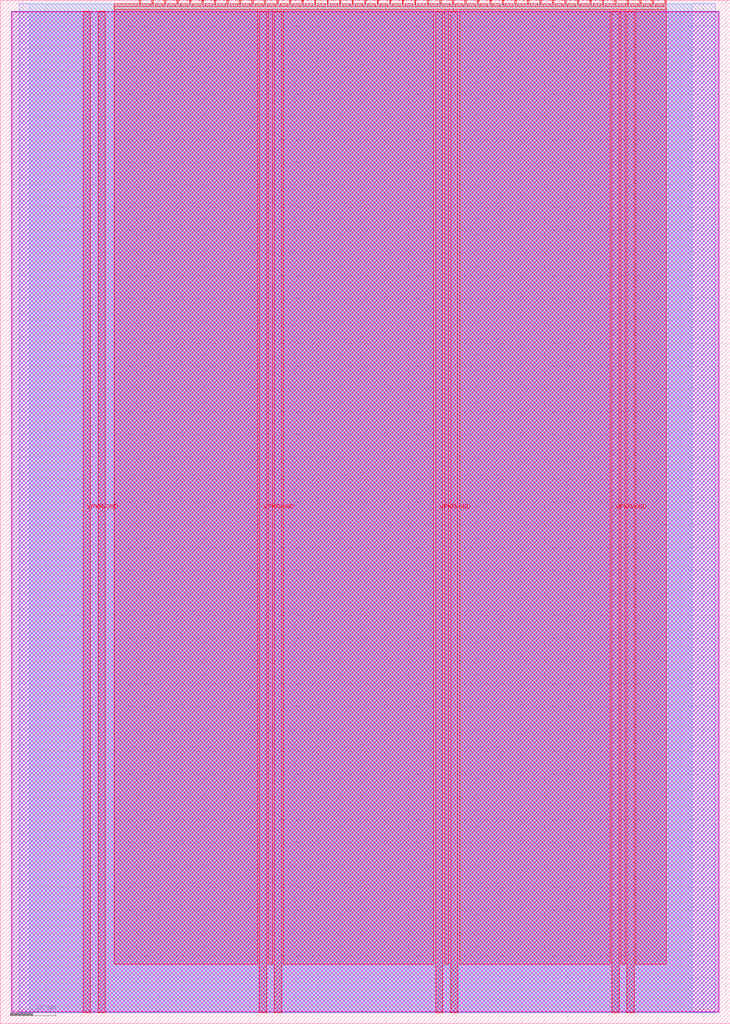
<source format=lef>
VERSION 5.7 ;
  NOWIREEXTENSIONATPIN ON ;
  DIVIDERCHAR "/" ;
  BUSBITCHARS "[]" ;
MACRO tt_um_gray_sobel
  CLASS BLOCK ;
  FOREIGN tt_um_gray_sobel ;
  ORIGIN 0.000 0.000 ;
  SIZE 161.000 BY 225.760 ;
  PIN VGND
    DIRECTION INOUT ;
    USE GROUND ;
    PORT
      LAYER met4 ;
        RECT 21.580 2.480 23.180 223.280 ;
    END
    PORT
      LAYER met4 ;
        RECT 60.450 2.480 62.050 223.280 ;
    END
    PORT
      LAYER met4 ;
        RECT 99.320 2.480 100.920 223.280 ;
    END
    PORT
      LAYER met4 ;
        RECT 138.190 2.480 139.790 223.280 ;
    END
  END VGND
  PIN VPWR
    DIRECTION INOUT ;
    USE POWER ;
    PORT
      LAYER met4 ;
        RECT 18.280 2.480 19.880 223.280 ;
    END
    PORT
      LAYER met4 ;
        RECT 57.150 2.480 58.750 223.280 ;
    END
    PORT
      LAYER met4 ;
        RECT 96.020 2.480 97.620 223.280 ;
    END
    PORT
      LAYER met4 ;
        RECT 134.890 2.480 136.490 223.280 ;
    END
  END VPWR
  PIN clk
    DIRECTION INPUT ;
    USE SIGNAL ;
    ANTENNAGATEAREA 0.852000 ;
    PORT
      LAYER met4 ;
        RECT 143.830 224.760 144.130 225.760 ;
    END
  END clk
  PIN ena
    DIRECTION INPUT ;
    USE SIGNAL ;
    ANTENNAGATEAREA 0.196500 ;
    PORT
      LAYER met4 ;
        RECT 146.590 224.760 146.890 225.760 ;
    END
  END ena
  PIN rst_n
    DIRECTION INPUT ;
    USE SIGNAL ;
    ANTENNAGATEAREA 0.196500 ;
    PORT
      LAYER met4 ;
        RECT 141.070 224.760 141.370 225.760 ;
    END
  END rst_n
  PIN ui_in[0]
    DIRECTION INPUT ;
    USE SIGNAL ;
    ANTENNAGATEAREA 0.126000 ;
    PORT
      LAYER met4 ;
        RECT 138.310 224.760 138.610 225.760 ;
    END
  END ui_in[0]
  PIN ui_in[1]
    DIRECTION INPUT ;
    USE SIGNAL ;
    ANTENNAGATEAREA 0.852000 ;
    PORT
      LAYER met4 ;
        RECT 135.550 224.760 135.850 225.760 ;
    END
  END ui_in[1]
  PIN ui_in[2]
    DIRECTION INPUT ;
    USE SIGNAL ;
    ANTENNAGATEAREA 0.126000 ;
    PORT
      LAYER met4 ;
        RECT 132.790 224.760 133.090 225.760 ;
    END
  END ui_in[2]
  PIN ui_in[3]
    DIRECTION INPUT ;
    USE SIGNAL ;
    ANTENNAGATEAREA 0.196500 ;
    PORT
      LAYER met4 ;
        RECT 130.030 224.760 130.330 225.760 ;
    END
  END ui_in[3]
  PIN ui_in[4]
    DIRECTION INPUT ;
    USE SIGNAL ;
    ANTENNAGATEAREA 0.196500 ;
    PORT
      LAYER met4 ;
        RECT 127.270 224.760 127.570 225.760 ;
    END
  END ui_in[4]
  PIN ui_in[5]
    DIRECTION INPUT ;
    USE SIGNAL ;
    ANTENNAGATEAREA 0.196500 ;
    PORT
      LAYER met4 ;
        RECT 124.510 224.760 124.810 225.760 ;
    END
  END ui_in[5]
  PIN ui_in[6]
    DIRECTION INPUT ;
    USE SIGNAL ;
    ANTENNAGATEAREA 0.196500 ;
    PORT
      LAYER met4 ;
        RECT 121.750 224.760 122.050 225.760 ;
    END
  END ui_in[6]
  PIN ui_in[7]
    DIRECTION INPUT ;
    USE SIGNAL ;
    ANTENNAGATEAREA 0.196500 ;
    PORT
      LAYER met4 ;
        RECT 118.990 224.760 119.290 225.760 ;
    END
  END ui_in[7]
  PIN uio_in[0]
    DIRECTION INPUT ;
    USE SIGNAL ;
    ANTENNAGATEAREA 0.196500 ;
    PORT
      LAYER met4 ;
        RECT 116.230 224.760 116.530 225.760 ;
    END
  END uio_in[0]
  PIN uio_in[1]
    DIRECTION INPUT ;
    USE SIGNAL ;
    ANTENNAGATEAREA 0.196500 ;
    PORT
      LAYER met4 ;
        RECT 113.470 224.760 113.770 225.760 ;
    END
  END uio_in[1]
  PIN uio_in[2]
    DIRECTION INPUT ;
    USE SIGNAL ;
    ANTENNAGATEAREA 0.196500 ;
    PORT
      LAYER met4 ;
        RECT 110.710 224.760 111.010 225.760 ;
    END
  END uio_in[2]
  PIN uio_in[3]
    DIRECTION INPUT ;
    USE SIGNAL ;
    ANTENNAGATEAREA 0.196500 ;
    PORT
      LAYER met4 ;
        RECT 107.950 224.760 108.250 225.760 ;
    END
  END uio_in[3]
  PIN uio_in[4]
    DIRECTION INPUT ;
    USE SIGNAL ;
    ANTENNAGATEAREA 0.196500 ;
    PORT
      LAYER met4 ;
        RECT 105.190 224.760 105.490 225.760 ;
    END
  END uio_in[4]
  PIN uio_in[5]
    DIRECTION INPUT ;
    USE SIGNAL ;
    PORT
      LAYER met4 ;
        RECT 102.430 224.760 102.730 225.760 ;
    END
  END uio_in[5]
  PIN uio_in[6]
    DIRECTION INPUT ;
    USE SIGNAL ;
    PORT
      LAYER met4 ;
        RECT 99.670 224.760 99.970 225.760 ;
    END
  END uio_in[6]
  PIN uio_in[7]
    DIRECTION INPUT ;
    USE SIGNAL ;
    PORT
      LAYER met4 ;
        RECT 96.910 224.760 97.210 225.760 ;
    END
  END uio_in[7]
  PIN uio_oe[0]
    DIRECTION OUTPUT ;
    USE SIGNAL ;
    PORT
      LAYER met4 ;
        RECT 49.990 224.760 50.290 225.760 ;
    END
  END uio_oe[0]
  PIN uio_oe[1]
    DIRECTION OUTPUT ;
    USE SIGNAL ;
    PORT
      LAYER met4 ;
        RECT 47.230 224.760 47.530 225.760 ;
    END
  END uio_oe[1]
  PIN uio_oe[2]
    DIRECTION OUTPUT ;
    USE SIGNAL ;
    PORT
      LAYER met4 ;
        RECT 44.470 224.760 44.770 225.760 ;
    END
  END uio_oe[2]
  PIN uio_oe[3]
    DIRECTION OUTPUT ;
    USE SIGNAL ;
    PORT
      LAYER met4 ;
        RECT 41.710 224.760 42.010 225.760 ;
    END
  END uio_oe[3]
  PIN uio_oe[4]
    DIRECTION OUTPUT ;
    USE SIGNAL ;
    PORT
      LAYER met4 ;
        RECT 38.950 224.760 39.250 225.760 ;
    END
  END uio_oe[4]
  PIN uio_oe[5]
    DIRECTION OUTPUT ;
    USE SIGNAL ;
    PORT
      LAYER met4 ;
        RECT 36.190 224.760 36.490 225.760 ;
    END
  END uio_oe[5]
  PIN uio_oe[6]
    DIRECTION OUTPUT ;
    USE SIGNAL ;
    PORT
      LAYER met4 ;
        RECT 33.430 224.760 33.730 225.760 ;
    END
  END uio_oe[6]
  PIN uio_oe[7]
    DIRECTION OUTPUT ;
    USE SIGNAL ;
    PORT
      LAYER met4 ;
        RECT 30.670 224.760 30.970 225.760 ;
    END
  END uio_oe[7]
  PIN uio_out[0]
    DIRECTION OUTPUT ;
    USE SIGNAL ;
    PORT
      LAYER met4 ;
        RECT 72.070 224.760 72.370 225.760 ;
    END
  END uio_out[0]
  PIN uio_out[1]
    DIRECTION OUTPUT ;
    USE SIGNAL ;
    PORT
      LAYER met4 ;
        RECT 69.310 224.760 69.610 225.760 ;
    END
  END uio_out[1]
  PIN uio_out[2]
    DIRECTION OUTPUT ;
    USE SIGNAL ;
    PORT
      LAYER met4 ;
        RECT 66.550 224.760 66.850 225.760 ;
    END
  END uio_out[2]
  PIN uio_out[3]
    DIRECTION OUTPUT ;
    USE SIGNAL ;
    PORT
      LAYER met4 ;
        RECT 63.790 224.760 64.090 225.760 ;
    END
  END uio_out[3]
  PIN uio_out[4]
    DIRECTION OUTPUT ;
    USE SIGNAL ;
    PORT
      LAYER met4 ;
        RECT 61.030 224.760 61.330 225.760 ;
    END
  END uio_out[4]
  PIN uio_out[5]
    DIRECTION OUTPUT ;
    USE SIGNAL ;
    PORT
      LAYER met4 ;
        RECT 58.270 224.760 58.570 225.760 ;
    END
  END uio_out[5]
  PIN uio_out[6]
    DIRECTION OUTPUT ;
    USE SIGNAL ;
    PORT
      LAYER met4 ;
        RECT 55.510 224.760 55.810 225.760 ;
    END
  END uio_out[6]
  PIN uio_out[7]
    DIRECTION OUTPUT ;
    USE SIGNAL ;
    PORT
      LAYER met4 ;
        RECT 52.750 224.760 53.050 225.760 ;
    END
  END uio_out[7]
  PIN uo_out[0]
    DIRECTION OUTPUT ;
    USE SIGNAL ;
    ANTENNADIFFAREA 0.891000 ;
    PORT
      LAYER met4 ;
        RECT 94.150 224.760 94.450 225.760 ;
    END
  END uo_out[0]
  PIN uo_out[1]
    DIRECTION OUTPUT ;
    USE SIGNAL ;
    ANTENNADIFFAREA 0.891000 ;
    PORT
      LAYER met4 ;
        RECT 91.390 224.760 91.690 225.760 ;
    END
  END uo_out[1]
  PIN uo_out[2]
    DIRECTION OUTPUT ;
    USE SIGNAL ;
    ANTENNADIFFAREA 0.891000 ;
    PORT
      LAYER met4 ;
        RECT 88.630 224.760 88.930 225.760 ;
    END
  END uo_out[2]
  PIN uo_out[3]
    DIRECTION OUTPUT ;
    USE SIGNAL ;
    ANTENNADIFFAREA 0.891000 ;
    PORT
      LAYER met4 ;
        RECT 85.870 224.760 86.170 225.760 ;
    END
  END uo_out[3]
  PIN uo_out[4]
    DIRECTION OUTPUT ;
    USE SIGNAL ;
    ANTENNADIFFAREA 0.891000 ;
    PORT
      LAYER met4 ;
        RECT 83.110 224.760 83.410 225.760 ;
    END
  END uo_out[4]
  PIN uo_out[5]
    DIRECTION OUTPUT ;
    USE SIGNAL ;
    PORT
      LAYER met4 ;
        RECT 80.350 224.760 80.650 225.760 ;
    END
  END uo_out[5]
  PIN uo_out[6]
    DIRECTION OUTPUT ;
    USE SIGNAL ;
    PORT
      LAYER met4 ;
        RECT 77.590 224.760 77.890 225.760 ;
    END
  END uo_out[6]
  PIN uo_out[7]
    DIRECTION OUTPUT ;
    USE SIGNAL ;
    PORT
      LAYER met4 ;
        RECT 74.830 224.760 75.130 225.760 ;
    END
  END uo_out[7]
  OBS
      LAYER nwell ;
        RECT 2.570 2.635 158.430 223.230 ;
      LAYER li1 ;
        RECT 2.760 2.635 158.240 223.125 ;
      LAYER met1 ;
        RECT 2.460 2.480 158.540 223.280 ;
      LAYER met2 ;
        RECT 4.240 2.535 157.680 224.925 ;
      LAYER met3 ;
        RECT 6.505 2.555 152.655 224.905 ;
      LAYER met4 ;
        RECT 25.135 224.360 30.270 224.905 ;
        RECT 31.370 224.360 33.030 224.905 ;
        RECT 34.130 224.360 35.790 224.905 ;
        RECT 36.890 224.360 38.550 224.905 ;
        RECT 39.650 224.360 41.310 224.905 ;
        RECT 42.410 224.360 44.070 224.905 ;
        RECT 45.170 224.360 46.830 224.905 ;
        RECT 47.930 224.360 49.590 224.905 ;
        RECT 50.690 224.360 52.350 224.905 ;
        RECT 53.450 224.360 55.110 224.905 ;
        RECT 56.210 224.360 57.870 224.905 ;
        RECT 58.970 224.360 60.630 224.905 ;
        RECT 61.730 224.360 63.390 224.905 ;
        RECT 64.490 224.360 66.150 224.905 ;
        RECT 67.250 224.360 68.910 224.905 ;
        RECT 70.010 224.360 71.670 224.905 ;
        RECT 72.770 224.360 74.430 224.905 ;
        RECT 75.530 224.360 77.190 224.905 ;
        RECT 78.290 224.360 79.950 224.905 ;
        RECT 81.050 224.360 82.710 224.905 ;
        RECT 83.810 224.360 85.470 224.905 ;
        RECT 86.570 224.360 88.230 224.905 ;
        RECT 89.330 224.360 90.990 224.905 ;
        RECT 92.090 224.360 93.750 224.905 ;
        RECT 94.850 224.360 96.510 224.905 ;
        RECT 97.610 224.360 99.270 224.905 ;
        RECT 100.370 224.360 102.030 224.905 ;
        RECT 103.130 224.360 104.790 224.905 ;
        RECT 105.890 224.360 107.550 224.905 ;
        RECT 108.650 224.360 110.310 224.905 ;
        RECT 111.410 224.360 113.070 224.905 ;
        RECT 114.170 224.360 115.830 224.905 ;
        RECT 116.930 224.360 118.590 224.905 ;
        RECT 119.690 224.360 121.350 224.905 ;
        RECT 122.450 224.360 124.110 224.905 ;
        RECT 125.210 224.360 126.870 224.905 ;
        RECT 127.970 224.360 129.630 224.905 ;
        RECT 130.730 224.360 132.390 224.905 ;
        RECT 133.490 224.360 135.150 224.905 ;
        RECT 136.250 224.360 137.910 224.905 ;
        RECT 139.010 224.360 140.670 224.905 ;
        RECT 141.770 224.360 143.430 224.905 ;
        RECT 144.530 224.360 146.190 224.905 ;
        RECT 25.135 223.680 146.905 224.360 ;
        RECT 25.135 13.095 56.750 223.680 ;
        RECT 59.150 13.095 60.050 223.680 ;
        RECT 62.450 13.095 95.620 223.680 ;
        RECT 98.020 13.095 98.920 223.680 ;
        RECT 101.320 13.095 134.490 223.680 ;
        RECT 136.890 13.095 137.790 223.680 ;
        RECT 140.190 13.095 146.905 223.680 ;
  END
END tt_um_gray_sobel
END LIBRARY


</source>
